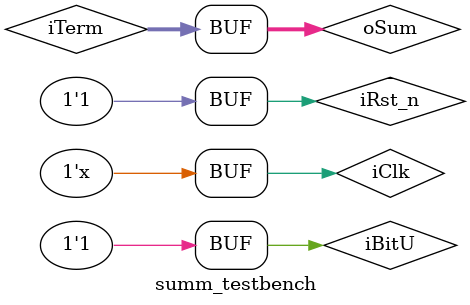
<source format=v>
`timescale 1ps/1ps
module summ_testbench();

reg iClk;
reg iRst_n;
reg iBitU;
reg [2:0]iTerm;

wire [2:0] oSum;
summ i1 (
	.iClk(iClk),
	.iBitU(iBitU), 
	.iTerm(iTerm),
	.iRst_n(iRst_n),
	.oSum(oSum)
);
initial                                                
begin   
	iRst_n = 0;
	iClk = 1;
	#5 iRst_n = 1;
	iBitU = 1;
	iTerm = 3'sb011;                                           
  $display("Running testbench"); 
	#20 iBitU = 1;
	iTerm = 3'sb100; 
	#20 iBitU = 1;
	//iTerm = 3'sb111;
	iTerm = oSum;
	 #20 iTerm = oSum;
	  #20 iTerm = oSum;
	   #20 iTerm = oSum;
		 #20 iTerm = oSum;
		  #20 iTerm = oSum;
		   #20 iTerm = oSum;
			
end                                                    

always
begin 
  #5  iClk =  !iClk;    //создание clk 
 end
 
 endmodule
</source>
